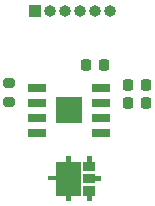
<source format=gts>
%TF.GenerationSoftware,KiCad,Pcbnew,8.0.1*%
%TF.CreationDate,2024-09-25T11:56:53+02:00*%
%TF.ProjectId,dot_projector,646f745f-7072-46f6-9a65-63746f722e6b,rev?*%
%TF.SameCoordinates,Original*%
%TF.FileFunction,Soldermask,Top*%
%TF.FilePolarity,Negative*%
%FSLAX46Y46*%
G04 Gerber Fmt 4.6, Leading zero omitted, Abs format (unit mm)*
G04 Created by KiCad (PCBNEW 8.0.1) date 2024-09-25 11:56:53*
%MOMM*%
%LPD*%
G01*
G04 APERTURE LIST*
G04 Aperture macros list*
%AMRoundRect*
0 Rectangle with rounded corners*
0 $1 Rounding radius*
0 $2 $3 $4 $5 $6 $7 $8 $9 X,Y pos of 4 corners*
0 Add a 4 corners polygon primitive as box body*
4,1,4,$2,$3,$4,$5,$6,$7,$8,$9,$2,$3,0*
0 Add four circle primitives for the rounded corners*
1,1,$1+$1,$2,$3*
1,1,$1+$1,$4,$5*
1,1,$1+$1,$6,$7*
1,1,$1+$1,$8,$9*
0 Add four rect primitives between the rounded corners*
20,1,$1+$1,$2,$3,$4,$5,0*
20,1,$1+$1,$4,$5,$6,$7,0*
20,1,$1+$1,$6,$7,$8,$9,0*
20,1,$1+$1,$8,$9,$2,$3,0*%
G04 Aperture macros list end*
%ADD10C,0.100000*%
%ADD11R,0.750000X0.300000*%
%ADD12R,2.050000X2.800000*%
%ADD13R,0.350000X0.510000*%
%ADD14R,0.300000X0.500000*%
%ADD15R,0.950000X0.750000*%
%ADD16R,0.520000X0.310000*%
%ADD17RoundRect,0.200000X0.275000X-0.200000X0.275000X0.200000X-0.275000X0.200000X-0.275000X-0.200000X0*%
%ADD18RoundRect,0.225000X-0.225000X-0.250000X0.225000X-0.250000X0.225000X0.250000X-0.225000X0.250000X0*%
%ADD19R,1.000000X1.000000*%
%ADD20O,1.000000X1.000000*%
%ADD21R,1.500000X0.700000*%
%ADD22R,2.290000X2.290000*%
G04 APERTURE END LIST*
%TO.C,LD1*%
D10*
X132330000Y-68670000D02*
X132830000Y-68670000D01*
X132830000Y-68970000D01*
X132330000Y-68970000D01*
X132330000Y-68670000D01*
G36*
X132330000Y-68670000D02*
G01*
X132830000Y-68670000D01*
X132830000Y-68970000D01*
X132330000Y-68970000D01*
X132330000Y-68670000D01*
G37*
X132830000Y-67450000D02*
X134880000Y-67450000D01*
X134880000Y-70250000D01*
X132830000Y-70250000D01*
X132830000Y-67450000D01*
G36*
X132830000Y-67450000D02*
G01*
X134880000Y-67450000D01*
X134880000Y-70250000D01*
X132830000Y-70250000D01*
X132830000Y-67450000D01*
G37*
X133730000Y-66950000D02*
X134030000Y-66950000D01*
X134030000Y-67450000D01*
X133730000Y-67450000D01*
X133730000Y-66950000D01*
G36*
X133730000Y-66950000D02*
G01*
X134030000Y-66950000D01*
X134030000Y-67450000D01*
X133730000Y-67450000D01*
X133730000Y-66950000D01*
G37*
X133730000Y-70250000D02*
X134030000Y-70250000D01*
X134030000Y-70750000D01*
X133730000Y-70750000D01*
X133730000Y-70250000D01*
G36*
X133730000Y-70250000D02*
G01*
X134030000Y-70250000D01*
X134030000Y-70750000D01*
X133730000Y-70750000D01*
X133730000Y-70250000D01*
G37*
X135125000Y-67450000D02*
X136075000Y-67450000D01*
X136075000Y-68200000D01*
X135125000Y-68200000D01*
X135125000Y-67450000D01*
G36*
X135125000Y-67450000D02*
G01*
X136075000Y-67450000D01*
X136075000Y-68200000D01*
X135125000Y-68200000D01*
X135125000Y-67450000D01*
G37*
X135125000Y-68475000D02*
X136075000Y-68475000D01*
X136075000Y-69225000D01*
X135125000Y-69225000D01*
X135125000Y-68475000D01*
G36*
X135125000Y-68475000D02*
G01*
X136075000Y-68475000D01*
X136075000Y-69225000D01*
X135125000Y-69225000D01*
X135125000Y-68475000D01*
G37*
X135125000Y-69500000D02*
X136075000Y-69500000D01*
X136075000Y-70250000D01*
X135125000Y-70250000D01*
X135125000Y-69500000D01*
G36*
X135125000Y-69500000D02*
G01*
X136075000Y-69500000D01*
X136075000Y-70250000D01*
X135125000Y-70250000D01*
X135125000Y-69500000D01*
G37*
X135460000Y-66950000D02*
X135760000Y-66950000D01*
X135760000Y-67450000D01*
X135460000Y-67450000D01*
X135460000Y-66950000D01*
G36*
X135460000Y-66950000D02*
G01*
X135760000Y-66950000D01*
X135760000Y-67450000D01*
X135460000Y-67450000D01*
X135460000Y-66950000D01*
G37*
X135460000Y-70250000D02*
X135760000Y-70250000D01*
X135760000Y-70750000D01*
X135460000Y-70750000D01*
X135460000Y-70250000D01*
G36*
X135460000Y-70250000D02*
G01*
X135760000Y-70250000D01*
X135760000Y-70750000D01*
X135460000Y-70750000D01*
X135460000Y-70250000D01*
G37*
X136070000Y-68700000D02*
X136570000Y-68700000D01*
X136570000Y-69000000D01*
X136070000Y-69000000D01*
X136070000Y-68700000D01*
G36*
X136070000Y-68700000D02*
G01*
X136570000Y-68700000D01*
X136570000Y-69000000D01*
X136070000Y-69000000D01*
X136070000Y-68700000D01*
G37*
%TD*%
D11*
%TO.C,LD1*%
X132460000Y-68830000D03*
D12*
X133850000Y-68860000D03*
D13*
X133855000Y-67205000D03*
D14*
X133870000Y-70510000D03*
D15*
X135600000Y-68860000D03*
D16*
X136330000Y-68855000D03*
%TD*%
D17*
%TO.C,R1*%
X128880000Y-62415000D03*
X128880000Y-60765000D03*
%TD*%
D18*
%TO.C,C3*%
X135365000Y-59250000D03*
X136915000Y-59250000D03*
%TD*%
%TO.C,C2*%
X138915000Y-60960000D03*
X140465000Y-60960000D03*
%TD*%
D19*
%TO.C,J1*%
X131040000Y-54690000D03*
D20*
X132310000Y-54690000D03*
X133580000Y-54690000D03*
X134850000Y-54690000D03*
X136120000Y-54690000D03*
X137390000Y-54690000D03*
%TD*%
D21*
%TO.C,IC1*%
X131240000Y-61185000D03*
X131240000Y-62455000D03*
X131240000Y-63725000D03*
X131240000Y-64995000D03*
X136640000Y-64995000D03*
X136640000Y-63725000D03*
X136640000Y-62455000D03*
X136640000Y-61185000D03*
D22*
X133940000Y-63090000D03*
%TD*%
D18*
%TO.C,C1*%
X138920000Y-62480000D03*
X140470000Y-62480000D03*
%TD*%
M02*

</source>
